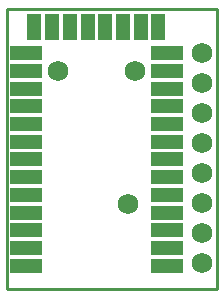
<source format=gts>
G04 Layer_Color=8388736*
%FSLAX25Y25*%
%MOIN*%
G70*
G01*
G75*
%ADD12C,0.01000*%
%ADD14R,0.10642X0.04737*%
%ADD15R,0.04737X0.08674*%
%ADD16C,0.06800*%
D12*
X-0Y93504D02*
X70000D01*
X70000Y93504D01*
Y0D02*
Y93504D01*
X0Y0D02*
X70000D01*
X-0Y0D02*
X0Y0D01*
X-0Y0D02*
Y93504D01*
D14*
X53500Y13780D02*
D03*
Y19685D02*
D03*
Y25591D02*
D03*
Y31496D02*
D03*
Y37402D02*
D03*
Y43307D02*
D03*
Y49213D02*
D03*
Y55118D02*
D03*
Y61024D02*
D03*
Y66929D02*
D03*
Y72835D02*
D03*
Y78740D02*
D03*
Y7874D02*
D03*
X6256Y72835D02*
D03*
Y66929D02*
D03*
Y61024D02*
D03*
Y55118D02*
D03*
Y49213D02*
D03*
Y43307D02*
D03*
Y37402D02*
D03*
Y31496D02*
D03*
Y25591D02*
D03*
Y19685D02*
D03*
Y13780D02*
D03*
Y7874D02*
D03*
Y78740D02*
D03*
D15*
X44642Y87599D02*
D03*
X38736Y87599D02*
D03*
X32831D02*
D03*
X26925D02*
D03*
X21020D02*
D03*
X15114D02*
D03*
X9209Y87599D02*
D03*
X50547Y87599D02*
D03*
D16*
X40354Y28543D02*
D03*
X65000Y78740D02*
D03*
Y68740D02*
D03*
Y18740D02*
D03*
Y8740D02*
D03*
Y58740D02*
D03*
Y48740D02*
D03*
Y38740D02*
D03*
Y28740D02*
D03*
X42673Y72835D02*
D03*
X17083D02*
D03*
M02*

</source>
